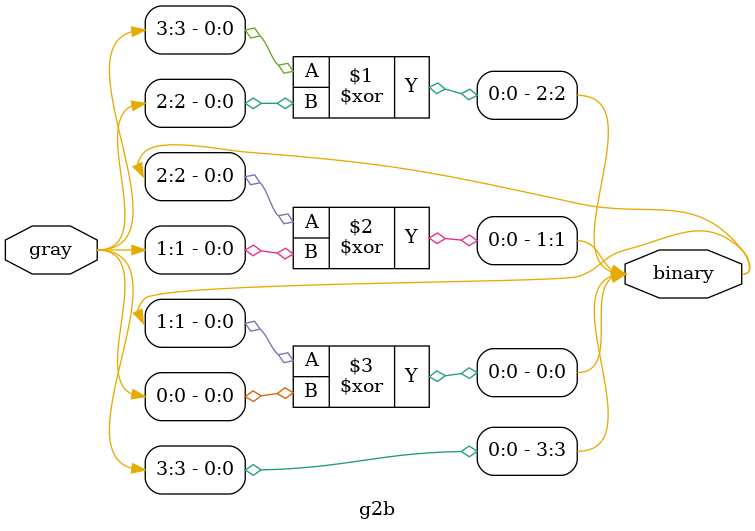
<source format=v>
module g2b(input [3:0]gray,
           output [3:0]binary
           );
           assign binary[3]=gray[3];
           assign binary[2]= binary[3]^gray[2];
           assign binary[1]= binary[2]^gray[1];
           assign binary[0]= binary[1]^gray[0];
           
endmodule
</source>
